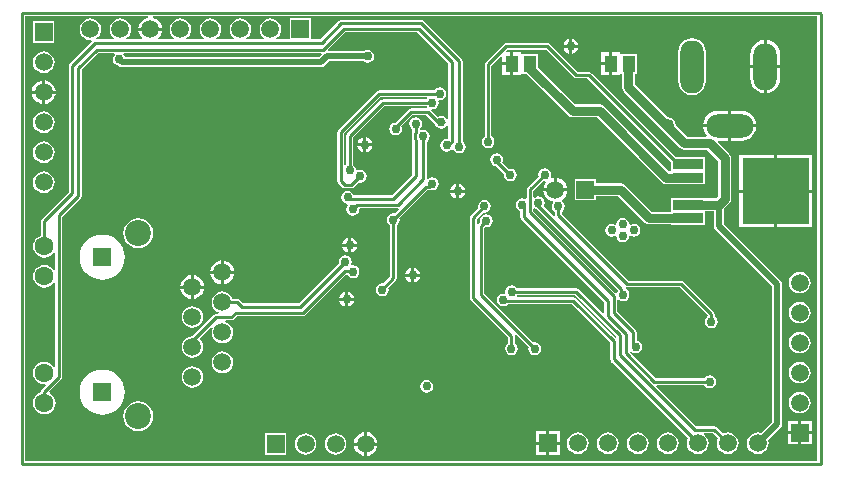
<source format=gbl>
%FSLAX25Y25*%
%MOIN*%
G70*
G01*
G75*
G04 Layer_Physical_Order=2*
G04 Layer_Color=16711680*
%ADD10R,0.03150X0.03150*%
%ADD11R,0.03543X0.02756*%
%ADD12R,0.04724X0.13780*%
%ADD13R,0.04331X0.05512*%
%ADD14R,0.05512X0.04331*%
%ADD15R,0.02756X0.03543*%
%ADD16O,0.07087X0.01181*%
%ADD17O,0.01181X0.07087*%
%ADD18R,0.05512X0.26378*%
%ADD19R,0.03543X0.03150*%
%ADD20R,0.09055X0.09055*%
%ADD21R,0.09764X0.06102*%
%ADD22R,0.01181X0.02559*%
%ADD23R,0.05709X0.02362*%
%ADD24O,0.02165X0.00984*%
%ADD25R,0.03543X0.05906*%
%ADD26R,0.03150X0.03543*%
%ADD27C,0.01000*%
%ADD28C,0.02000*%
%ADD29C,0.03500*%
%ADD30C,0.05000*%
%ADD31C,0.04000*%
%ADD32C,0.01200*%
%ADD33C,0.01500*%
%ADD34C,0.03000*%
%ADD35C,0.05906*%
%ADD36C,0.08661*%
%ADD37R,0.05906X0.05906*%
%ADD38C,0.06299*%
%ADD39O,0.07874X0.17716*%
%ADD40O,0.07874X0.15748*%
%ADD41O,0.15748X0.07874*%
%ADD42C,0.05906*%
%ADD43R,0.05906X0.05906*%
%ADD44C,0.03000*%
%ADD45C,0.04000*%
%ADD46R,0.10039X0.03347*%
%ADD47R,0.22441X0.22244*%
G36*
X392378Y22622D02*
X128121D01*
Y170879D01*
X169152D01*
X169185Y170380D01*
X168968Y170351D01*
X168007Y169953D01*
X167181Y169319D01*
X166547Y168493D01*
X166149Y167532D01*
X166079Y167000D01*
X173921D01*
X173851Y167532D01*
X173453Y168493D01*
X172819Y169319D01*
X171993Y169953D01*
X171032Y170351D01*
X170815Y170380D01*
X170848Y170879D01*
X392378D01*
Y22622D01*
D02*
G37*
%LPC*%
G36*
X235000Y78949D02*
X234524Y78855D01*
X233698Y78302D01*
X233145Y77476D01*
X233050Y77000D01*
X235000D01*
Y78949D01*
D02*
G37*
G36*
X187921Y80035D02*
X184500D01*
Y76614D01*
X185032Y76684D01*
X185993Y77083D01*
X186819Y77716D01*
X187453Y78542D01*
X187851Y79504D01*
X187921Y80035D01*
D02*
G37*
G36*
X183500D02*
X180079D01*
X180149Y79504D01*
X180547Y78542D01*
X181181Y77716D01*
X182007Y77083D01*
X182968Y76684D01*
X183500Y76614D01*
Y80035D01*
D02*
G37*
G36*
Y84456D02*
X182968Y84386D01*
X182007Y83988D01*
X181181Y83355D01*
X180547Y82529D01*
X180149Y81567D01*
X180079Y81035D01*
X183500D01*
Y84456D01*
D02*
G37*
G36*
X386500Y85583D02*
X385573Y85461D01*
X384708Y85103D01*
X383966Y84534D01*
X383397Y83792D01*
X383039Y82927D01*
X382917Y82000D01*
X383039Y81073D01*
X383397Y80208D01*
X383966Y79466D01*
X384708Y78897D01*
X385573Y78539D01*
X386500Y78417D01*
X387427Y78539D01*
X388292Y78897D01*
X389034Y79466D01*
X389603Y80208D01*
X389961Y81073D01*
X390083Y82000D01*
X389961Y82927D01*
X389603Y83792D01*
X389034Y84534D01*
X388292Y85103D01*
X387427Y85461D01*
X386500Y85583D01*
D02*
G37*
G36*
X236000Y78949D02*
Y77000D01*
X237949D01*
X237855Y77476D01*
X237302Y78302D01*
X236475Y78855D01*
X236000Y78949D01*
D02*
G37*
G36*
X184000Y74119D02*
X183073Y73997D01*
X182208Y73639D01*
X181466Y73069D01*
X180897Y72327D01*
X180539Y71463D01*
X180417Y70535D01*
X180539Y69608D01*
X180897Y68744D01*
X181466Y68002D01*
X182208Y67432D01*
X183073Y67074D01*
X184000Y66952D01*
X184927Y67074D01*
X185792Y67432D01*
X186534Y68002D01*
X187103Y68744D01*
X187461Y69608D01*
X187583Y70535D01*
X187461Y71463D01*
X187103Y72327D01*
X186534Y73069D01*
X185792Y73639D01*
X184927Y73997D01*
X184000Y74119D01*
D02*
G37*
G36*
X386500Y65583D02*
X385573Y65461D01*
X384708Y65103D01*
X383966Y64534D01*
X383397Y63792D01*
X383039Y62927D01*
X382917Y62000D01*
X383039Y61073D01*
X383397Y60208D01*
X383966Y59466D01*
X384708Y58897D01*
X385573Y58539D01*
X386500Y58417D01*
X387427Y58539D01*
X388292Y58897D01*
X389034Y59466D01*
X389603Y60208D01*
X389961Y61073D01*
X390083Y62000D01*
X389961Y62927D01*
X389603Y63792D01*
X389034Y64534D01*
X388292Y65103D01*
X387427Y65461D01*
X386500Y65583D01*
D02*
G37*
G36*
X194000Y59048D02*
X193073Y58926D01*
X192208Y58568D01*
X191466Y57998D01*
X190897Y57256D01*
X190539Y56392D01*
X190417Y55465D01*
X190539Y54537D01*
X190897Y53673D01*
X191466Y52931D01*
X192208Y52361D01*
X193073Y52003D01*
X194000Y51881D01*
X194927Y52003D01*
X195792Y52361D01*
X196534Y52931D01*
X197103Y53673D01*
X197461Y54537D01*
X197583Y55465D01*
X197461Y56392D01*
X197103Y57256D01*
X196534Y57998D01*
X195792Y58568D01*
X194927Y58926D01*
X194000Y59048D01*
D02*
G37*
G36*
X237949Y76000D02*
X236000D01*
Y74050D01*
X236475Y74145D01*
X237302Y74698D01*
X237855Y75524D01*
X237949Y76000D01*
D02*
G37*
G36*
X235000D02*
X233050D01*
X233145Y75524D01*
X233698Y74698D01*
X234524Y74145D01*
X235000Y74050D01*
Y76000D01*
D02*
G37*
G36*
X386500Y75583D02*
X385573Y75461D01*
X384708Y75103D01*
X383966Y74534D01*
X383397Y73792D01*
X383039Y72927D01*
X382917Y72000D01*
X383039Y71073D01*
X383397Y70208D01*
X383966Y69466D01*
X384708Y68897D01*
X385573Y68539D01*
X386500Y68417D01*
X387427Y68539D01*
X388292Y68897D01*
X389034Y69466D01*
X389603Y70208D01*
X389961Y71073D01*
X390083Y72000D01*
X389961Y72927D01*
X389603Y73792D01*
X389034Y74534D01*
X388292Y75103D01*
X387427Y75461D01*
X386500Y75583D01*
D02*
G37*
G36*
X184500Y84456D02*
Y81035D01*
X187921D01*
X187851Y81567D01*
X187453Y82529D01*
X186819Y83355D01*
X185993Y83988D01*
X185032Y84386D01*
X184500Y84456D01*
D02*
G37*
G36*
X193500Y89386D02*
X192968Y89316D01*
X192007Y88917D01*
X191181Y88284D01*
X190547Y87458D01*
X190149Y86496D01*
X190079Y85965D01*
X193500D01*
Y89386D01*
D02*
G37*
G36*
X258000Y86949D02*
Y85000D01*
X259949D01*
X259855Y85475D01*
X259302Y86302D01*
X258475Y86855D01*
X258000Y86949D01*
D02*
G37*
G36*
X257000D02*
X256524Y86855D01*
X255698Y86302D01*
X255145Y85475D01*
X255050Y85000D01*
X257000D01*
Y86949D01*
D02*
G37*
G36*
X238949Y94000D02*
X237000D01*
Y92050D01*
X237475Y92145D01*
X238302Y92698D01*
X238855Y93524D01*
X238949Y94000D01*
D02*
G37*
G36*
X236000D02*
X234050D01*
X234145Y93524D01*
X234698Y92698D01*
X235525Y92145D01*
X236000Y92050D01*
Y94000D01*
D02*
G37*
G36*
X194500Y89386D02*
Y85965D01*
X197921D01*
X197851Y86496D01*
X197453Y87458D01*
X196819Y88284D01*
X195993Y88917D01*
X195032Y89316D01*
X194500Y89386D01*
D02*
G37*
G36*
X257000Y84000D02*
X255050D01*
X255145Y83525D01*
X255698Y82698D01*
X256524Y82145D01*
X257000Y82051D01*
Y84000D01*
D02*
G37*
G36*
X197921Y84965D02*
X194500D01*
Y81543D01*
X195032Y81613D01*
X195993Y82012D01*
X196819Y82645D01*
X197453Y83471D01*
X197851Y84433D01*
X197921Y84965D01*
D02*
G37*
G36*
X193500D02*
X190079D01*
X190149Y84433D01*
X190547Y83471D01*
X191181Y82645D01*
X192007Y82012D01*
X192968Y81613D01*
X193500Y81543D01*
Y84965D01*
D02*
G37*
G36*
X235000Y91141D02*
X234181Y90978D01*
X233486Y90514D01*
X233022Y89819D01*
X232859Y89000D01*
X232951Y88537D01*
X219535Y75122D01*
X200965D01*
X199829Y76258D01*
X199465Y76501D01*
X199035Y76586D01*
X199035Y76586D01*
X197381D01*
X197103Y77256D01*
X196534Y77998D01*
X195792Y78568D01*
X194927Y78926D01*
X194000Y79048D01*
X193073Y78926D01*
X192208Y78568D01*
X191466Y77998D01*
X190897Y77256D01*
X190539Y76392D01*
X190417Y75465D01*
X190539Y74537D01*
X190897Y73673D01*
X191466Y72931D01*
X192208Y72361D01*
X192810Y72112D01*
X192713Y71622D01*
X192000D01*
X192000Y71622D01*
X191571Y71536D01*
X191207Y71293D01*
X191207Y71293D01*
X184029Y64115D01*
X184000Y64119D01*
X183073Y63997D01*
X182208Y63639D01*
X181466Y63069D01*
X180897Y62327D01*
X180539Y61463D01*
X180417Y60535D01*
X180539Y59608D01*
X180897Y58744D01*
X181466Y58002D01*
X182208Y57432D01*
X183073Y57074D01*
X184000Y56952D01*
X184927Y57074D01*
X185792Y57432D01*
X186534Y58002D01*
X187103Y58744D01*
X187461Y59608D01*
X187583Y60535D01*
X187461Y61463D01*
X187103Y62327D01*
X186534Y63069D01*
X186511Y63424D01*
X190383Y67296D01*
X190798Y67019D01*
X190539Y66392D01*
X190417Y65465D01*
X190539Y64537D01*
X190897Y63673D01*
X191466Y62931D01*
X192208Y62361D01*
X193073Y62003D01*
X194000Y61881D01*
X194927Y62003D01*
X195792Y62361D01*
X196534Y62931D01*
X197103Y63673D01*
X197461Y64537D01*
X197583Y65465D01*
X197461Y66392D01*
X197103Y67256D01*
X196534Y67998D01*
X195792Y68568D01*
X195019Y68888D01*
X195116Y69378D01*
X197000D01*
X197000Y69378D01*
X197429Y69464D01*
X197793Y69707D01*
X198965Y70878D01*
X220828D01*
X220828Y70878D01*
X221258Y70964D01*
X221621Y71207D01*
X235172Y84758D01*
X235670Y84709D01*
X236086Y84086D01*
X236781Y83622D01*
X237600Y83459D01*
X238419Y83622D01*
X239114Y84086D01*
X239578Y84781D01*
X239741Y85600D01*
X239578Y86419D01*
X239114Y87114D01*
X238419Y87578D01*
X237600Y87741D01*
X237185Y87659D01*
X236907Y88074D01*
X236978Y88181D01*
X237141Y89000D01*
X236978Y89819D01*
X236514Y90514D01*
X235819Y90978D01*
X235000Y91141D01*
D02*
G37*
G36*
X154000Y98026D02*
X152532Y97881D01*
X151120Y97453D01*
X149819Y96758D01*
X148678Y95822D01*
X147742Y94681D01*
X147047Y93380D01*
X146619Y91968D01*
X146474Y90500D01*
X146619Y89032D01*
X147047Y87620D01*
X147742Y86319D01*
X148678Y85178D01*
X149819Y84242D01*
X151120Y83547D01*
X152532Y83119D01*
X154000Y82974D01*
X155468Y83119D01*
X156880Y83547D01*
X158181Y84242D01*
X159322Y85178D01*
X160258Y86319D01*
X160953Y87620D01*
X161381Y89032D01*
X161526Y90500D01*
X161381Y91968D01*
X160953Y93380D01*
X160258Y94681D01*
X159322Y95822D01*
X158181Y96758D01*
X156880Y97453D01*
X155468Y97881D01*
X154000Y98026D01*
D02*
G37*
G36*
X259949Y84000D02*
X258000D01*
Y82051D01*
X258475Y82145D01*
X259302Y82698D01*
X259855Y83525D01*
X259949Y84000D01*
D02*
G37*
G36*
X322500Y32083D02*
X321573Y31961D01*
X320708Y31603D01*
X319966Y31034D01*
X319397Y30292D01*
X319039Y29427D01*
X318917Y28500D01*
X319039Y27573D01*
X319397Y26708D01*
X319966Y25966D01*
X320708Y25397D01*
X321573Y25039D01*
X322500Y24917D01*
X323427Y25039D01*
X324292Y25397D01*
X325034Y25966D01*
X325603Y26708D01*
X325961Y27573D01*
X326083Y28500D01*
X325961Y29427D01*
X325603Y30292D01*
X325034Y31034D01*
X324292Y31603D01*
X323427Y31961D01*
X322500Y32083D01*
D02*
G37*
G36*
X312500D02*
X311573Y31961D01*
X310708Y31603D01*
X309966Y31034D01*
X309397Y30292D01*
X309039Y29427D01*
X308917Y28500D01*
X309039Y27573D01*
X309397Y26708D01*
X309966Y25966D01*
X310708Y25397D01*
X311573Y25039D01*
X312500Y24917D01*
X313427Y25039D01*
X314292Y25397D01*
X315034Y25966D01*
X315603Y26708D01*
X315961Y27573D01*
X316083Y28500D01*
X315961Y29427D01*
X315603Y30292D01*
X315034Y31034D01*
X314292Y31603D01*
X313427Y31961D01*
X312500Y32083D01*
D02*
G37*
G36*
X215353Y31753D02*
X208247D01*
Y24647D01*
X215353D01*
Y31753D01*
D02*
G37*
G36*
X386000Y31500D02*
X382547D01*
Y28047D01*
X386000D01*
Y31500D01*
D02*
G37*
G36*
X342500Y32083D02*
X341573Y31961D01*
X340708Y31603D01*
X339966Y31034D01*
X339397Y30292D01*
X339039Y29427D01*
X338917Y28500D01*
X339039Y27573D01*
X339397Y26708D01*
X339966Y25966D01*
X340708Y25397D01*
X341573Y25039D01*
X342500Y24917D01*
X343427Y25039D01*
X344292Y25397D01*
X345034Y25966D01*
X345603Y26708D01*
X345961Y27573D01*
X346083Y28500D01*
X345961Y29427D01*
X345603Y30292D01*
X345034Y31034D01*
X344292Y31603D01*
X343427Y31961D01*
X342500Y32083D01*
D02*
G37*
G36*
X332500D02*
X331573Y31961D01*
X330708Y31603D01*
X329966Y31034D01*
X329397Y30292D01*
X329039Y29427D01*
X328917Y28500D01*
X329039Y27573D01*
X329397Y26708D01*
X329966Y25966D01*
X330708Y25397D01*
X331573Y25039D01*
X332500Y24917D01*
X333427Y25039D01*
X334292Y25397D01*
X335034Y25966D01*
X335603Y26708D01*
X335961Y27573D01*
X336083Y28500D01*
X335961Y29427D01*
X335603Y30292D01*
X335034Y31034D01*
X334292Y31603D01*
X333427Y31961D01*
X332500Y32083D01*
D02*
G37*
G36*
X302000Y28000D02*
X298547D01*
Y24547D01*
X302000D01*
Y28000D01*
D02*
G37*
G36*
X245721Y27700D02*
X242300D01*
Y24279D01*
X242832Y24349D01*
X243793Y24747D01*
X244619Y25381D01*
X245253Y26207D01*
X245651Y27168D01*
X245721Y27700D01*
D02*
G37*
G36*
X241300D02*
X237879D01*
X237949Y27168D01*
X238347Y26207D01*
X238981Y25381D01*
X239807Y24747D01*
X240768Y24349D01*
X241300Y24279D01*
Y27700D01*
D02*
G37*
G36*
X231800Y31783D02*
X230873Y31661D01*
X230008Y31303D01*
X229266Y30734D01*
X228697Y29992D01*
X228339Y29127D01*
X228217Y28200D01*
X228339Y27273D01*
X228697Y26408D01*
X229266Y25666D01*
X230008Y25097D01*
X230873Y24739D01*
X231800Y24617D01*
X232727Y24739D01*
X233592Y25097D01*
X234334Y25666D01*
X234903Y26408D01*
X235261Y27273D01*
X235383Y28200D01*
X235261Y29127D01*
X234903Y29992D01*
X234334Y30734D01*
X233592Y31303D01*
X232727Y31661D01*
X231800Y31783D01*
D02*
G37*
G36*
X221800D02*
X220873Y31661D01*
X220008Y31303D01*
X219266Y30734D01*
X218697Y29992D01*
X218339Y29127D01*
X218217Y28200D01*
X218339Y27273D01*
X218697Y26408D01*
X219266Y25666D01*
X220008Y25097D01*
X220873Y24739D01*
X221800Y24617D01*
X222727Y24739D01*
X223592Y25097D01*
X224334Y25666D01*
X224903Y26408D01*
X225261Y27273D01*
X225383Y28200D01*
X225261Y29127D01*
X224903Y29992D01*
X224334Y30734D01*
X223592Y31303D01*
X222727Y31661D01*
X221800Y31783D01*
D02*
G37*
G36*
X306453Y28000D02*
X303000D01*
Y24547D01*
X306453D01*
Y28000D01*
D02*
G37*
G36*
X390453Y31500D02*
X387000D01*
Y28047D01*
X390453D01*
Y31500D01*
D02*
G37*
G36*
X386500Y45583D02*
X385573Y45461D01*
X384708Y45103D01*
X383966Y44534D01*
X383397Y43792D01*
X383039Y42927D01*
X382917Y42000D01*
X383039Y41073D01*
X383397Y40208D01*
X383966Y39466D01*
X384708Y38897D01*
X385573Y38539D01*
X386500Y38417D01*
X387427Y38539D01*
X388292Y38897D01*
X389034Y39466D01*
X389603Y40208D01*
X389961Y41073D01*
X390083Y42000D01*
X389961Y42927D01*
X389603Y43792D01*
X389034Y44534D01*
X388292Y45103D01*
X387427Y45461D01*
X386500Y45583D01*
D02*
G37*
G36*
X154000Y53026D02*
X152532Y52881D01*
X151120Y52453D01*
X149819Y51758D01*
X148678Y50822D01*
X147742Y49681D01*
X147047Y48380D01*
X146619Y46968D01*
X146474Y45500D01*
X146619Y44032D01*
X147047Y42620D01*
X147742Y41319D01*
X148678Y40178D01*
X149819Y39242D01*
X151120Y38547D01*
X152532Y38119D01*
X154000Y37974D01*
X155468Y38119D01*
X156880Y38547D01*
X158181Y39242D01*
X159322Y40178D01*
X160258Y41319D01*
X160953Y42620D01*
X161381Y44032D01*
X161526Y45500D01*
X161381Y46968D01*
X160953Y48380D01*
X160258Y49681D01*
X159322Y50822D01*
X158181Y51758D01*
X156880Y52453D01*
X155468Y52881D01*
X154000Y53026D01*
D02*
G37*
G36*
X166008Y42481D02*
X164721Y42312D01*
X163521Y41815D01*
X162491Y41025D01*
X161701Y39994D01*
X161204Y38795D01*
X161035Y37508D01*
X161204Y36221D01*
X161701Y35021D01*
X162491Y33991D01*
X163521Y33201D01*
X164721Y32704D01*
X166008Y32535D01*
X167295Y32704D01*
X168494Y33201D01*
X169525Y33991D01*
X170315Y35021D01*
X170812Y36221D01*
X170981Y37508D01*
X170812Y38795D01*
X170315Y39994D01*
X169525Y41025D01*
X168494Y41815D01*
X167295Y42312D01*
X166008Y42481D01*
D02*
G37*
G36*
X386500Y55583D02*
X385573Y55461D01*
X384708Y55103D01*
X383966Y54534D01*
X383397Y53792D01*
X383039Y52927D01*
X382917Y52000D01*
X383039Y51073D01*
X383397Y50208D01*
X383966Y49466D01*
X384708Y48897D01*
X385573Y48539D01*
X386500Y48417D01*
X387427Y48539D01*
X388292Y48897D01*
X389034Y49466D01*
X389603Y50208D01*
X389961Y51073D01*
X390083Y52000D01*
X389961Y52927D01*
X389603Y53792D01*
X389034Y54534D01*
X388292Y55103D01*
X387427Y55461D01*
X386500Y55583D01*
D02*
G37*
G36*
X184000Y54119D02*
X183073Y53997D01*
X182208Y53639D01*
X181466Y53069D01*
X180897Y52327D01*
X180539Y51463D01*
X180417Y50535D01*
X180539Y49608D01*
X180897Y48744D01*
X181466Y48002D01*
X182208Y47432D01*
X183073Y47074D01*
X184000Y46952D01*
X184927Y47074D01*
X185792Y47432D01*
X186534Y48002D01*
X187103Y48744D01*
X187461Y49608D01*
X187583Y50535D01*
X187461Y51463D01*
X187103Y52327D01*
X186534Y53069D01*
X185792Y53639D01*
X184927Y53997D01*
X184000Y54119D01*
D02*
G37*
G36*
X262200Y49541D02*
X261381Y49378D01*
X260686Y48914D01*
X260222Y48219D01*
X260059Y47400D01*
X260222Y46581D01*
X260686Y45886D01*
X261381Y45422D01*
X262200Y45259D01*
X263019Y45422D01*
X263714Y45886D01*
X264178Y46581D01*
X264341Y47400D01*
X264178Y48219D01*
X263714Y48914D01*
X263019Y49378D01*
X262200Y49541D01*
D02*
G37*
G36*
X302000Y32453D02*
X298547D01*
Y29000D01*
X302000D01*
Y32453D01*
D02*
G37*
G36*
X242300Y32121D02*
Y28700D01*
X245721D01*
X245651Y29232D01*
X245253Y30193D01*
X244619Y31019D01*
X243793Y31653D01*
X242832Y32051D01*
X242300Y32121D01*
D02*
G37*
G36*
X241300D02*
X240768Y32051D01*
X239807Y31653D01*
X238981Y31019D01*
X238347Y30193D01*
X237949Y29232D01*
X237879Y28700D01*
X241300D01*
Y32121D01*
D02*
G37*
G36*
X390453Y35953D02*
X387000D01*
Y32500D01*
X390453D01*
Y35953D01*
D02*
G37*
G36*
X386000D02*
X382547D01*
Y32500D01*
X386000D01*
Y35953D01*
D02*
G37*
G36*
X306453Y32453D02*
X303000D01*
Y29000D01*
X306453D01*
Y32453D01*
D02*
G37*
G36*
X374472Y153500D02*
X369993D01*
Y150063D01*
X370163Y148774D01*
X370660Y147573D01*
X371451Y146542D01*
X372483Y145750D01*
X373684Y145253D01*
X374472Y145149D01*
Y153500D01*
D02*
G37*
G36*
X350563Y163497D02*
X349379Y163341D01*
X348275Y162884D01*
X347327Y162157D01*
X346600Y161209D01*
X346143Y160106D01*
X345987Y158921D01*
Y149079D01*
X346143Y147894D01*
X346600Y146791D01*
X347327Y145843D01*
X348275Y145116D01*
X349379Y144659D01*
X350563Y144503D01*
X351747Y144659D01*
X352851Y145116D01*
X353799Y145843D01*
X354526Y146791D01*
X354983Y147894D01*
X355139Y149079D01*
Y158921D01*
X354983Y160106D01*
X354526Y161209D01*
X353799Y162157D01*
X352851Y162884D01*
X351747Y163341D01*
X350563Y163497D01*
D02*
G37*
G36*
X138421Y145000D02*
X135000D01*
Y141579D01*
X135532Y141649D01*
X136493Y142047D01*
X137319Y142681D01*
X137953Y143507D01*
X138351Y144468D01*
X138421Y145000D01*
D02*
G37*
G36*
X135000Y149421D02*
Y146000D01*
X138421D01*
X138351Y146532D01*
X137953Y147493D01*
X137319Y148319D01*
X136493Y148953D01*
X135532Y149351D01*
X135000Y149421D01*
D02*
G37*
G36*
X134000D02*
X133468Y149351D01*
X132507Y148953D01*
X131681Y148319D01*
X131047Y147493D01*
X130649Y146532D01*
X130579Y146000D01*
X134000D01*
Y149421D01*
D02*
G37*
G36*
X379952Y153500D02*
X375472D01*
Y145149D01*
X376261Y145253D01*
X377462Y145750D01*
X378494Y146542D01*
X379285Y147573D01*
X379782Y148774D01*
X379952Y150063D01*
Y153500D01*
D02*
G37*
G36*
X134500Y139083D02*
X133573Y138961D01*
X132708Y138603D01*
X131966Y138034D01*
X131397Y137292D01*
X131039Y136427D01*
X130917Y135500D01*
X131039Y134573D01*
X131397Y133708D01*
X131966Y132966D01*
X132708Y132397D01*
X133573Y132039D01*
X134500Y131917D01*
X135427Y132039D01*
X136292Y132397D01*
X137034Y132966D01*
X137603Y133708D01*
X137961Y134573D01*
X138083Y135500D01*
X137961Y136427D01*
X137603Y137292D01*
X137034Y138034D01*
X136292Y138603D01*
X135427Y138961D01*
X134500Y139083D01*
D02*
G37*
G36*
X372012Y133815D02*
X363661D01*
Y129335D01*
X367098D01*
X368387Y129505D01*
X369588Y130002D01*
X370620Y130794D01*
X371411Y131825D01*
X371908Y133026D01*
X372012Y133815D01*
D02*
G37*
G36*
X242000Y130449D02*
Y128500D01*
X243950D01*
X243855Y128975D01*
X243302Y129802D01*
X242476Y130355D01*
X242000Y130449D01*
D02*
G37*
G36*
X134000Y145000D02*
X130579D01*
X130649Y144468D01*
X131047Y143507D01*
X131681Y142681D01*
X132507Y142047D01*
X133468Y141649D01*
X134000Y141579D01*
Y145000D01*
D02*
G37*
G36*
X367098Y139295D02*
X363661D01*
Y134815D01*
X372012D01*
X371908Y135604D01*
X371411Y136805D01*
X370620Y137836D01*
X369588Y138627D01*
X368387Y139125D01*
X367098Y139295D01*
D02*
G37*
G36*
X362661D02*
X359224D01*
X357936Y139125D01*
X356735Y138627D01*
X355703Y137836D01*
X354912Y136805D01*
X354415Y135604D01*
X354311Y134815D01*
X362661D01*
Y139295D01*
D02*
G37*
G36*
X290047Y154500D02*
X287382D01*
Y151244D01*
X290047D01*
Y154500D01*
D02*
G37*
G36*
X310700Y163250D02*
Y161300D01*
X312649D01*
X312555Y161776D01*
X312002Y162602D01*
X311175Y163155D01*
X310700Y163250D01*
D02*
G37*
G36*
X309700D02*
X309225Y163155D01*
X308398Y162602D01*
X307845Y161776D01*
X307751Y161300D01*
X309700D01*
Y163250D01*
D02*
G37*
G36*
X312649Y160300D02*
X310700D01*
Y158351D01*
X311175Y158445D01*
X312002Y158998D01*
X312555Y159825D01*
X312649Y160300D01*
D02*
G37*
G36*
X210000Y170083D02*
X209073Y169961D01*
X208208Y169603D01*
X207466Y169034D01*
X206897Y168292D01*
X206539Y167427D01*
X206417Y166500D01*
X206539Y165573D01*
X206897Y164708D01*
X207466Y163966D01*
X207950Y163595D01*
X207789Y163122D01*
X202211D01*
X202050Y163595D01*
X202534Y163966D01*
X203103Y164708D01*
X203461Y165573D01*
X203583Y166500D01*
X203461Y167427D01*
X203103Y168292D01*
X202534Y169034D01*
X201792Y169603D01*
X200927Y169961D01*
X200000Y170083D01*
X199073Y169961D01*
X198208Y169603D01*
X197466Y169034D01*
X196897Y168292D01*
X196539Y167427D01*
X196417Y166500D01*
X196539Y165573D01*
X196897Y164708D01*
X197466Y163966D01*
X197950Y163595D01*
X197789Y163122D01*
X192211D01*
X192050Y163595D01*
X192534Y163966D01*
X193103Y164708D01*
X193461Y165573D01*
X193583Y166500D01*
X193461Y167427D01*
X193103Y168292D01*
X192534Y169034D01*
X191792Y169603D01*
X190927Y169961D01*
X190000Y170083D01*
X189073Y169961D01*
X188208Y169603D01*
X187466Y169034D01*
X186897Y168292D01*
X186539Y167427D01*
X186417Y166500D01*
X186539Y165573D01*
X186897Y164708D01*
X187466Y163966D01*
X187950Y163595D01*
X187789Y163122D01*
X182211D01*
X182050Y163595D01*
X182534Y163966D01*
X183103Y164708D01*
X183461Y165573D01*
X183583Y166500D01*
X183461Y167427D01*
X183103Y168292D01*
X182534Y169034D01*
X181792Y169603D01*
X180927Y169961D01*
X180000Y170083D01*
X179073Y169961D01*
X178208Y169603D01*
X177466Y169034D01*
X176897Y168292D01*
X176539Y167427D01*
X176417Y166500D01*
X176539Y165573D01*
X176897Y164708D01*
X177466Y163966D01*
X177950Y163595D01*
X177789Y163122D01*
X172868D01*
X172707Y163595D01*
X172819Y163681D01*
X173453Y164507D01*
X173851Y165468D01*
X173921Y166000D01*
X166079D01*
X166149Y165468D01*
X166547Y164507D01*
X167181Y163681D01*
X167293Y163595D01*
X167132Y163122D01*
X162211D01*
X162050Y163595D01*
X162534Y163966D01*
X163103Y164708D01*
X163461Y165573D01*
X163583Y166500D01*
X163461Y167427D01*
X163103Y168292D01*
X162534Y169034D01*
X161792Y169603D01*
X160927Y169961D01*
X160000Y170083D01*
X159073Y169961D01*
X158208Y169603D01*
X157466Y169034D01*
X156897Y168292D01*
X156539Y167427D01*
X156417Y166500D01*
X156539Y165573D01*
X156897Y164708D01*
X157466Y163966D01*
X157950Y163595D01*
X157789Y163122D01*
X152211D01*
X152050Y163595D01*
X152534Y163966D01*
X153103Y164708D01*
X153461Y165573D01*
X153583Y166500D01*
X153461Y167427D01*
X153103Y168292D01*
X152534Y169034D01*
X151792Y169603D01*
X150927Y169961D01*
X150000Y170083D01*
X149073Y169961D01*
X148208Y169603D01*
X147466Y169034D01*
X146897Y168292D01*
X146539Y167427D01*
X146417Y166500D01*
X146539Y165573D01*
X146897Y164708D01*
X147466Y163966D01*
X148208Y163397D01*
X149073Y163039D01*
X150000Y162917D01*
X150383Y162967D01*
X150604Y162519D01*
X143207Y155122D01*
X142964Y154758D01*
X142878Y154328D01*
X142878Y154328D01*
Y112293D01*
X133916Y103330D01*
X133672Y102966D01*
X133587Y102537D01*
X133587Y102537D01*
Y97677D01*
X132818Y97358D01*
X132034Y96757D01*
X131433Y95974D01*
X131056Y95061D01*
X130927Y94083D01*
X131056Y93104D01*
X131433Y92192D01*
X132034Y91408D01*
X132818Y90807D01*
X133730Y90430D01*
X134709Y90301D01*
X135687Y90430D01*
X136600Y90807D01*
X137383Y91408D01*
X137905Y92089D01*
X138378Y91928D01*
Y86237D01*
X137905Y86076D01*
X137383Y86757D01*
X136600Y87358D01*
X135687Y87736D01*
X134709Y87865D01*
X133730Y87736D01*
X132818Y87358D01*
X132034Y86757D01*
X131433Y85974D01*
X131056Y85062D01*
X130927Y84083D01*
X131056Y83104D01*
X131433Y82192D01*
X132034Y81408D01*
X132818Y80807D01*
X133730Y80430D01*
X134709Y80301D01*
X135687Y80430D01*
X136600Y80807D01*
X137383Y81408D01*
X137905Y82089D01*
X138378Y81928D01*
Y54072D01*
X137905Y53911D01*
X137383Y54592D01*
X136600Y55193D01*
X135687Y55570D01*
X134709Y55699D01*
X133730Y55570D01*
X132818Y55193D01*
X132034Y54592D01*
X131433Y53808D01*
X131056Y52896D01*
X130927Y51917D01*
X131056Y50938D01*
X131433Y50026D01*
X132034Y49243D01*
X132818Y48642D01*
X133730Y48264D01*
X134709Y48135D01*
X134906Y48161D01*
X135127Y47713D01*
X133916Y46502D01*
X133672Y46138D01*
X133587Y45709D01*
X133587Y45709D01*
Y45511D01*
X132818Y45193D01*
X132034Y44592D01*
X131433Y43808D01*
X131056Y42896D01*
X130927Y41917D01*
X131056Y40938D01*
X131433Y40026D01*
X132034Y39243D01*
X132818Y38642D01*
X133730Y38264D01*
X134709Y38135D01*
X135687Y38264D01*
X136600Y38642D01*
X137383Y39243D01*
X137984Y40026D01*
X138362Y40938D01*
X138491Y41917D01*
X138362Y42896D01*
X137984Y43808D01*
X137383Y44592D01*
X136600Y45193D01*
X136435Y45261D01*
X136337Y45751D01*
X140293Y49707D01*
X140293Y49707D01*
X140536Y50071D01*
X140622Y50500D01*
X140622Y50500D01*
Y104035D01*
X146793Y110207D01*
X146793Y110207D01*
X147036Y110571D01*
X147036Y110571D01*
X147036Y110571D01*
X147122Y111000D01*
X147122Y111000D01*
Y153035D01*
X152565Y158478D01*
X158070D01*
X158215Y158000D01*
X158086Y157914D01*
X157622Y157219D01*
X157459Y156400D01*
X157622Y155581D01*
X158086Y154886D01*
X158781Y154422D01*
X159426Y154294D01*
X159876Y153993D01*
X160500Y153869D01*
X227000D01*
X227624Y153993D01*
X228153Y154347D01*
X229676Y155869D01*
X241162D01*
X241681Y155522D01*
X242500Y155359D01*
X243319Y155522D01*
X244014Y155986D01*
X244478Y156681D01*
X244641Y157500D01*
X244478Y158319D01*
X244014Y159014D01*
X243319Y159478D01*
X242500Y159641D01*
X241681Y159478D01*
X241162Y159131D01*
X229371D01*
X229179Y159593D01*
X234965Y165378D01*
X259035D01*
X269378Y155035D01*
Y136582D01*
X268900Y136436D01*
X268514Y137014D01*
X267819Y137478D01*
X267000Y137641D01*
X266181Y137478D01*
X265837Y137249D01*
X263644Y139442D01*
X263880Y139883D01*
X264000Y139859D01*
X264819Y140022D01*
X265514Y140486D01*
X265978Y141181D01*
X266141Y142000D01*
X266036Y142527D01*
X266390Y142881D01*
X266500Y142859D01*
X267319Y143022D01*
X268014Y143486D01*
X268478Y144181D01*
X268641Y145000D01*
X268478Y145819D01*
X268014Y146514D01*
X267319Y146978D01*
X266500Y147141D01*
X265681Y146978D01*
X264986Y146514D01*
X264724Y146122D01*
X246272D01*
X246272Y146122D01*
X245843Y146036D01*
X245479Y145793D01*
X245479Y145793D01*
X232707Y133021D01*
X232464Y132657D01*
X232378Y132228D01*
X232379Y132228D01*
Y116000D01*
X232378Y116000D01*
X232464Y115571D01*
X232707Y115207D01*
X234207Y113707D01*
X234571Y113464D01*
X235000Y113378D01*
X235000Y113378D01*
X237000D01*
X237000Y113378D01*
X237429Y113464D01*
X237793Y113707D01*
X239537Y115451D01*
X240000Y115359D01*
X240819Y115522D01*
X241514Y115986D01*
X241978Y116681D01*
X242141Y117500D01*
X241978Y118319D01*
X241514Y119014D01*
X240819Y119478D01*
X240000Y119641D01*
X239181Y119478D01*
X239082Y119413D01*
X238620Y119604D01*
X238478Y120319D01*
X238014Y121014D01*
X237621Y121276D01*
Y130521D01*
X247979Y140878D01*
X262117D01*
X262374Y140450D01*
X262199Y140122D01*
X257000D01*
X256571Y140036D01*
X256207Y139793D01*
X256207Y139793D01*
X251744Y135330D01*
X250981Y135178D01*
X250286Y134714D01*
X249822Y134019D01*
X249659Y133200D01*
X249822Y132381D01*
X250286Y131686D01*
X250981Y131222D01*
X251800Y131059D01*
X252619Y131222D01*
X253314Y131686D01*
X253778Y132381D01*
X253941Y133200D01*
X253778Y134019D01*
X253709Y134123D01*
X257465Y137878D01*
X262035D01*
X264969Y134945D01*
X265022Y134681D01*
X265486Y133986D01*
X266181Y133522D01*
X267000Y133359D01*
X267819Y133522D01*
X268514Y133986D01*
X268900Y134564D01*
X269378Y134418D01*
Y130220D01*
X268992Y129903D01*
X268800Y129941D01*
X267981Y129778D01*
X267286Y129314D01*
X266822Y128619D01*
X266659Y127800D01*
X266822Y126981D01*
X267286Y126286D01*
X267981Y125822D01*
X268800Y125659D01*
X269619Y125822D01*
X270314Y126286D01*
X270511Y126581D01*
X271001Y126483D01*
X271022Y126381D01*
X271486Y125686D01*
X272181Y125222D01*
X273000Y125059D01*
X273819Y125222D01*
X274514Y125686D01*
X274978Y126381D01*
X275141Y127200D01*
X274978Y128019D01*
X274514Y128714D01*
X274121Y128976D01*
Y155828D01*
X274122Y155828D01*
X274036Y156258D01*
X273793Y156622D01*
X261122Y169293D01*
X260758Y169536D01*
X260328Y169622D01*
X260328Y169622D01*
X233672D01*
X233672Y169622D01*
X233242Y169536D01*
X232878Y169293D01*
X232878Y169293D01*
X226707Y163122D01*
X223553D01*
Y170053D01*
X216447D01*
Y163122D01*
X212211D01*
X212050Y163595D01*
X212534Y163966D01*
X213103Y164708D01*
X213461Y165573D01*
X213583Y166500D01*
X213461Y167427D01*
X213103Y168292D01*
X212534Y169034D01*
X211792Y169603D01*
X210927Y169961D01*
X210000Y170083D01*
D02*
G37*
G36*
X138053Y169053D02*
X130947D01*
Y161947D01*
X138053D01*
Y169053D01*
D02*
G37*
G36*
X302400Y161922D02*
X302400Y161922D01*
X288600D01*
X288600Y161922D01*
X288171Y161836D01*
X287807Y161593D01*
X287807Y161593D01*
X281807Y155593D01*
X281564Y155229D01*
X281478Y154800D01*
X281479Y154800D01*
Y130776D01*
X281086Y130514D01*
X280622Y129819D01*
X280459Y129000D01*
X280622Y128181D01*
X281086Y127486D01*
X281781Y127022D01*
X282600Y126859D01*
X283419Y127022D01*
X284114Y127486D01*
X284578Y128181D01*
X284741Y129000D01*
X284578Y129819D01*
X284114Y130514D01*
X283721Y130776D01*
Y154335D01*
X286920Y157534D01*
X287382Y157343D01*
Y155500D01*
X290047D01*
Y158756D01*
X288795D01*
X288604Y159218D01*
X289065Y159678D01*
X301935D01*
X311207Y150407D01*
X311571Y150164D01*
X312000Y150078D01*
X312000Y150078D01*
X315735D01*
X343664Y122150D01*
Y119203D01*
Y119129D01*
X342899D01*
X321274Y140754D01*
X320579Y141218D01*
X319760Y141381D01*
X311647D01*
X299218Y153810D01*
Y158356D01*
X293713D01*
Y158756D01*
X291047D01*
Y155000D01*
Y151244D01*
X293713D01*
Y151644D01*
X295328D01*
X309246Y137726D01*
X309246Y137726D01*
X309246D01*
X309246Y137726D01*
X309246D01*
X309246Y137726D01*
Y137726D01*
Y137726D01*
D01*
D01*
X309246D01*
Y137726D01*
X309941Y137262D01*
X310760Y137099D01*
X318873D01*
X340498Y115474D01*
X341192Y115010D01*
X341192Y115010D01*
X341192Y115010D01*
D01*
X341192Y115010D01*
X341193Y115010D01*
X342012Y114847D01*
X343664D01*
Y114715D01*
X354903D01*
Y119203D01*
Y123750D01*
X345236D01*
X316993Y151993D01*
X316629Y152236D01*
X316200Y152322D01*
X316200Y152322D01*
X312465D01*
X303193Y161593D01*
X302829Y161836D01*
X302400Y161922D01*
D02*
G37*
G36*
X374472Y162851D02*
X373684Y162747D01*
X372483Y162250D01*
X371451Y161458D01*
X370660Y160427D01*
X370163Y159226D01*
X369993Y157937D01*
Y154500D01*
X374472D01*
Y162851D01*
D02*
G37*
G36*
X134500Y159083D02*
X133573Y158961D01*
X132708Y158603D01*
X131966Y158034D01*
X131397Y157292D01*
X131039Y156427D01*
X130917Y155500D01*
X131039Y154573D01*
X131397Y153708D01*
X131966Y152966D01*
X132708Y152397D01*
X133573Y152039D01*
X134500Y151917D01*
X135427Y152039D01*
X136292Y152397D01*
X137034Y152966D01*
X137603Y153708D01*
X137961Y154573D01*
X138083Y155500D01*
X137961Y156427D01*
X137603Y157292D01*
X137034Y158034D01*
X136292Y158603D01*
X135427Y158961D01*
X134500Y159083D01*
D02*
G37*
G36*
X323047Y154500D02*
X320382D01*
Y151244D01*
X323047D01*
Y154500D01*
D02*
G37*
G36*
X309700Y160300D02*
X307751D01*
X307845Y159825D01*
X308398Y158998D01*
X309225Y158445D01*
X309700Y158351D01*
Y160300D01*
D02*
G37*
G36*
X323047Y158756D02*
X320382D01*
Y155500D01*
X323047D01*
Y158756D01*
D02*
G37*
G36*
X375472Y162851D02*
Y154500D01*
X379952D01*
Y157937D01*
X379782Y159226D01*
X379285Y160427D01*
X378494Y161458D01*
X377462Y162250D01*
X376261Y162747D01*
X375472Y162851D01*
D02*
G37*
G36*
X326713Y158756D02*
X324047D01*
Y155000D01*
Y151244D01*
X326713D01*
Y151644D01*
X327259D01*
Y147100D01*
X327422Y146281D01*
X327422Y146281D01*
X327422Y146281D01*
X327886Y145586D01*
X340191Y133282D01*
X340229Y133189D01*
X340646Y132646D01*
X341189Y132229D01*
X341282Y132191D01*
X346486Y126986D01*
X347181Y126522D01*
X348000Y126359D01*
X355613D01*
X359359Y122613D01*
Y110887D01*
X358625Y110153D01*
X354903D01*
Y110285D01*
X343664D01*
Y105739D01*
Y105665D01*
X337206D01*
X328357Y114514D01*
X327662Y114978D01*
X326843Y115141D01*
X318553D01*
Y116553D01*
X311447D01*
Y109447D01*
X318553D01*
Y110859D01*
X325956D01*
X334805Y102010D01*
X335500Y101546D01*
X335500Y101546D01*
X335500Y101546D01*
D01*
X335500Y101545D01*
X335500Y101546D01*
X336319Y101383D01*
X343664D01*
Y101250D01*
X354903D01*
Y105739D01*
Y105871D01*
X357880D01*
Y100988D01*
X357880Y100988D01*
X357880D01*
X358005Y100364D01*
X358358Y99835D01*
X377369Y80824D01*
Y35676D01*
X373588Y31895D01*
X373427Y31961D01*
X372500Y32083D01*
X371573Y31961D01*
X370708Y31603D01*
X369966Y31034D01*
X369397Y30292D01*
X369039Y29427D01*
X368917Y28500D01*
X369039Y27573D01*
X369397Y26708D01*
X369966Y25966D01*
X370708Y25397D01*
X371573Y25039D01*
X372500Y24917D01*
X373427Y25039D01*
X374292Y25397D01*
X375034Y25966D01*
X375603Y26708D01*
X375961Y27573D01*
X376083Y28500D01*
X375961Y29427D01*
X375895Y29588D01*
X380153Y33847D01*
X380507Y34376D01*
X380631Y35000D01*
X380631Y35000D01*
X380631Y35000D01*
Y35000D01*
Y81500D01*
X380507Y82124D01*
X380153Y82653D01*
X361143Y101664D01*
Y106615D01*
X363014Y108486D01*
X363478Y109181D01*
X363641Y110000D01*
Y123500D01*
X363478Y124319D01*
X363014Y125014D01*
X359155Y128873D01*
X359346Y129335D01*
X362661D01*
Y133815D01*
X354311D01*
X354415Y133026D01*
X354912Y131825D01*
X355476Y131090D01*
X355255Y130641D01*
X348887D01*
X345111Y134417D01*
X345122Y134500D01*
X345033Y135179D01*
X344771Y135811D01*
X344354Y136354D01*
X343811Y136771D01*
X343179Y137033D01*
X342500Y137122D01*
X342417Y137111D01*
X331541Y147987D01*
Y151644D01*
X332218D01*
Y158356D01*
X326713D01*
Y158756D01*
D02*
G37*
G36*
X274950Y112000D02*
X273000D01*
Y110050D01*
X273476Y110145D01*
X274302Y110698D01*
X274855Y111524D01*
X274950Y112000D01*
D02*
G37*
G36*
X272000D02*
X270051D01*
X270145Y111524D01*
X270698Y110698D01*
X271525Y110145D01*
X272000Y110050D01*
Y112000D01*
D02*
G37*
G36*
Y114950D02*
X271525Y114855D01*
X270698Y114302D01*
X270145Y113476D01*
X270051Y113000D01*
X272000D01*
Y114950D01*
D02*
G37*
G36*
X258500Y137141D02*
X257681Y136978D01*
X256986Y136514D01*
X256522Y135819D01*
X256359Y135000D01*
X256522Y134181D01*
X256986Y133486D01*
X257379Y133224D01*
Y132328D01*
X257364Y132306D01*
X257278Y131877D01*
X257278Y131877D01*
Y129723D01*
X257278Y129723D01*
X257364Y129294D01*
X257379Y129272D01*
Y117965D01*
X250535Y111122D01*
X237798D01*
X237778Y111219D01*
X237314Y111914D01*
X236619Y112378D01*
X235800Y112541D01*
X234981Y112378D01*
X234286Y111914D01*
X233822Y111219D01*
X233659Y110400D01*
X233822Y109581D01*
X234286Y108886D01*
X234981Y108422D01*
X235667Y108285D01*
X235859Y107823D01*
X235522Y107319D01*
X235359Y106500D01*
X235522Y105681D01*
X235986Y104986D01*
X236681Y104522D01*
X237500Y104359D01*
X238319Y104522D01*
X239014Y104986D01*
X239478Y105681D01*
X239641Y106500D01*
X239952Y106878D01*
X252500D01*
X252500Y106878D01*
X252644Y106907D01*
X252880Y106466D01*
X251463Y105049D01*
X251000Y105141D01*
X250181Y104978D01*
X249486Y104514D01*
X249022Y103819D01*
X248859Y103000D01*
X249022Y102181D01*
X249486Y101486D01*
X249879Y101224D01*
Y83965D01*
X247637Y81723D01*
X247364Y81777D01*
X246545Y81614D01*
X245850Y81150D01*
X245386Y80455D01*
X245223Y79636D01*
X245386Y78816D01*
X245850Y78122D01*
X246545Y77658D01*
X247364Y77495D01*
X248184Y77658D01*
X248878Y78122D01*
X249342Y78816D01*
X249505Y79636D01*
X249375Y80289D01*
X251793Y82707D01*
X251793Y82707D01*
X252036Y83071D01*
X252036Y83071D01*
X252036Y83071D01*
X252122Y83500D01*
X252121Y83500D01*
Y101224D01*
X252514Y101486D01*
X252978Y102181D01*
X253141Y103000D01*
X253049Y103463D01*
X262465Y112878D01*
X263000D01*
X263000Y112878D01*
X263429Y112964D01*
X263439Y112970D01*
X264000Y112859D01*
X264819Y113022D01*
X265514Y113486D01*
X265978Y114181D01*
X266141Y115000D01*
X265978Y115819D01*
X265514Y116514D01*
X264819Y116978D01*
X264000Y117141D01*
X263181Y116978D01*
X262562Y116565D01*
X262122Y116801D01*
Y129024D01*
X262514Y129286D01*
X262978Y129981D01*
X263141Y130800D01*
X262978Y131619D01*
X262514Y132314D01*
X261819Y132778D01*
X261000Y132941D01*
X260181Y132778D01*
X260063Y132699D01*
X259810Y132834D01*
X259786Y133334D01*
X260014Y133486D01*
X260478Y134181D01*
X260641Y135000D01*
X260478Y135819D01*
X260014Y136514D01*
X259319Y136978D01*
X258500Y137141D01*
D02*
G37*
G36*
X134500Y119083D02*
X133573Y118961D01*
X132708Y118603D01*
X131966Y118034D01*
X131397Y117292D01*
X131039Y116427D01*
X130917Y115500D01*
X131039Y114573D01*
X131397Y113708D01*
X131966Y112966D01*
X132708Y112397D01*
X133573Y112039D01*
X134500Y111917D01*
X135427Y112039D01*
X136292Y112397D01*
X137034Y112966D01*
X137603Y113708D01*
X137961Y114573D01*
X138083Y115500D01*
X137961Y116427D01*
X137603Y117292D01*
X137034Y118034D01*
X136292Y118603D01*
X135427Y118961D01*
X134500Y119083D01*
D02*
G37*
G36*
X281400Y109541D02*
X280581Y109378D01*
X279886Y108914D01*
X279422Y108219D01*
X279259Y107400D01*
X279351Y106937D01*
X276907Y104493D01*
X276664Y104129D01*
X276578Y103700D01*
X276578Y103700D01*
Y76964D01*
X276578Y76964D01*
X276664Y76535D01*
X276907Y76171D01*
X289279Y63800D01*
Y61776D01*
X288886Y61514D01*
X288422Y60819D01*
X288259Y60000D01*
X288422Y59181D01*
X288886Y58486D01*
X289581Y58022D01*
X290400Y57859D01*
X291219Y58022D01*
X291914Y58486D01*
X292378Y59181D01*
X292541Y60000D01*
X292378Y60819D01*
X291914Y61514D01*
X291522Y61776D01*
Y64265D01*
X291484Y64453D01*
X291925Y64689D01*
X296151Y60463D01*
X296059Y60000D01*
X296222Y59181D01*
X296686Y58486D01*
X297381Y58022D01*
X298200Y57859D01*
X299019Y58022D01*
X299714Y58486D01*
X300178Y59181D01*
X300341Y60000D01*
X300178Y60819D01*
X299714Y61514D01*
X299019Y61978D01*
X298200Y62141D01*
X297737Y62049D01*
X281322Y78465D01*
Y100200D01*
X281708Y100517D01*
X282000Y100459D01*
X282819Y100622D01*
X283514Y101086D01*
X283978Y101781D01*
X284141Y102600D01*
X283978Y103419D01*
X283514Y104114D01*
X282819Y104578D01*
X282000Y104741D01*
X281181Y104578D01*
X280486Y104114D01*
X280022Y103419D01*
X279859Y102600D01*
X279951Y102137D01*
X279407Y101593D01*
X279300Y101433D01*
X278821Y101578D01*
Y103235D01*
X280937Y105351D01*
X281400Y105259D01*
X282219Y105422D01*
X282914Y105886D01*
X283378Y106581D01*
X283541Y107400D01*
X283378Y108219D01*
X282914Y108914D01*
X282219Y109378D01*
X281400Y109541D01*
D02*
G37*
G36*
X237000Y96949D02*
Y95000D01*
X238949D01*
X238855Y95476D01*
X238302Y96302D01*
X237475Y96855D01*
X237000Y96949D01*
D02*
G37*
G36*
X236000D02*
X235525Y96855D01*
X234698Y96302D01*
X234145Y95476D01*
X234050Y95000D01*
X236000D01*
Y96949D01*
D02*
G37*
G36*
X166008Y103465D02*
X164721Y103296D01*
X163521Y102799D01*
X162491Y102009D01*
X161701Y100979D01*
X161204Y99779D01*
X161035Y98492D01*
X161204Y97205D01*
X161701Y96005D01*
X162491Y94976D01*
X163521Y94185D01*
X164721Y93688D01*
X166008Y93519D01*
X167295Y93688D01*
X168494Y94185D01*
X169525Y94976D01*
X170315Y96005D01*
X170812Y97205D01*
X170981Y98492D01*
X170812Y99779D01*
X170315Y100979D01*
X169525Y102009D01*
X168494Y102799D01*
X167295Y103296D01*
X166008Y103465D01*
D02*
G37*
G36*
X327500Y103610D02*
X326681Y103447D01*
X325986Y102982D01*
X325522Y102288D01*
X325359Y101469D01*
X324769Y101351D01*
X324579Y101478D01*
X323760Y101641D01*
X322940Y101478D01*
X322246Y101014D01*
X321782Y100319D01*
X321619Y99500D01*
X321782Y98681D01*
X322246Y97986D01*
X322940Y97522D01*
X323760Y97359D01*
X324579Y97522D01*
X324769Y97649D01*
X325359Y97531D01*
X325522Y96712D01*
X325986Y96017D01*
X326681Y95553D01*
X327500Y95390D01*
X328319Y95553D01*
X329014Y96017D01*
X329478Y96712D01*
X329641Y97531D01*
X330231Y97649D01*
X330421Y97522D01*
X331240Y97359D01*
X332060Y97522D01*
X332754Y97986D01*
X333218Y98681D01*
X333381Y99500D01*
X333218Y100319D01*
X332754Y101014D01*
X332060Y101478D01*
X331240Y101641D01*
X330421Y101478D01*
X330231Y101351D01*
X329641Y101469D01*
X329478Y102288D01*
X329014Y102982D01*
X328319Y103447D01*
X327500Y103610D01*
D02*
G37*
G36*
X390638Y112000D02*
X378917D01*
Y100378D01*
X390638D01*
Y112000D01*
D02*
G37*
G36*
X377917D02*
X366197D01*
Y100378D01*
X377917D01*
Y112000D01*
D02*
G37*
G36*
X305500Y116921D02*
Y113500D01*
X308921D01*
X308851Y114032D01*
X308453Y114993D01*
X307819Y115819D01*
X306993Y116453D01*
X306032Y116851D01*
X305500Y116921D01*
D02*
G37*
G36*
X243950Y127500D02*
X242000D01*
Y125550D01*
X242476Y125645D01*
X243302Y126198D01*
X243855Y127024D01*
X243950Y127500D01*
D02*
G37*
G36*
X285500Y125141D02*
X284681Y124978D01*
X283986Y124514D01*
X283522Y123819D01*
X283359Y123000D01*
X283522Y122181D01*
X283986Y121486D01*
X284681Y121022D01*
X285411Y120877D01*
X287951Y118337D01*
X287859Y117874D01*
X288022Y117055D01*
X288486Y116360D01*
X289181Y115896D01*
X290000Y115733D01*
X290819Y115896D01*
X291514Y116360D01*
X291978Y117055D01*
X292141Y117874D01*
X291978Y118693D01*
X291514Y119388D01*
X290819Y119852D01*
X290000Y120015D01*
X289537Y119923D01*
X287399Y122062D01*
X287478Y122181D01*
X287641Y123000D01*
X287478Y123819D01*
X287014Y124514D01*
X286319Y124978D01*
X285500Y125141D01*
D02*
G37*
G36*
X241000Y127500D02*
X239051D01*
X239145Y127024D01*
X239698Y126198D01*
X240525Y125645D01*
X241000Y125550D01*
Y127500D01*
D02*
G37*
G36*
X134500Y129083D02*
X133573Y128961D01*
X132708Y128603D01*
X131966Y128034D01*
X131397Y127292D01*
X131039Y126427D01*
X130917Y125500D01*
X131039Y124573D01*
X131397Y123708D01*
X131966Y122966D01*
X132708Y122397D01*
X133573Y122039D01*
X134500Y121917D01*
X135427Y122039D01*
X136292Y122397D01*
X137034Y122966D01*
X137603Y123708D01*
X137961Y124573D01*
X138083Y125500D01*
X137961Y126427D01*
X137603Y127292D01*
X137034Y128034D01*
X136292Y128603D01*
X135427Y128961D01*
X134500Y129083D01*
D02*
G37*
G36*
X241000Y130449D02*
X240525Y130355D01*
X239698Y129802D01*
X239145Y128975D01*
X239051Y128500D01*
X241000D01*
Y130449D01*
D02*
G37*
G36*
X377917Y124622D02*
X366197D01*
Y113000D01*
X377917D01*
Y124622D01*
D02*
G37*
G36*
X273000Y114950D02*
Y113000D01*
X274950D01*
X274855Y113476D01*
X274302Y114302D01*
X273476Y114855D01*
X273000Y114950D01*
D02*
G37*
G36*
X301500Y120141D02*
X300681Y119978D01*
X299986Y119514D01*
X299522Y118819D01*
X299359Y118000D01*
X299451Y117537D01*
X295807Y113893D01*
X295564Y113529D01*
X295478Y113100D01*
X295479Y113100D01*
Y110068D01*
X295038Y109832D01*
X294819Y109978D01*
X294000Y110141D01*
X293181Y109978D01*
X292486Y109514D01*
X292022Y108819D01*
X291859Y108000D01*
X292022Y107181D01*
X292486Y106486D01*
X293181Y106022D01*
X293378Y105982D01*
Y105237D01*
X293378Y105237D01*
X293394Y105158D01*
Y103984D01*
X293394Y103984D01*
X293480Y103555D01*
X293723Y103191D01*
X321378Y75535D01*
Y71861D01*
X320917Y71670D01*
X312793Y79793D01*
X312429Y80036D01*
X312000Y80122D01*
X312000Y80122D01*
X292276D01*
X292014Y80514D01*
X291319Y80978D01*
X290500Y81141D01*
X289681Y80978D01*
X288986Y80514D01*
X288522Y79819D01*
X288359Y79000D01*
X288359Y79000D01*
X288359Y79000D01*
D01*
X288433Y78621D01*
X288079Y78267D01*
X287700Y78341D01*
D01*
X287700Y78341D01*
Y78341D01*
X286881Y78178D01*
X286186Y77714D01*
X285722Y77019D01*
X285559Y76200D01*
X285722Y75381D01*
X286186Y74686D01*
X286881Y74222D01*
X287700Y74059D01*
X288519Y74222D01*
X289214Y74686D01*
X289343Y74878D01*
X310535D01*
X323378Y62035D01*
Y56500D01*
X323378Y56500D01*
X323464Y56071D01*
X323707Y55707D01*
X349316Y30098D01*
X349039Y29427D01*
X348917Y28500D01*
X349039Y27573D01*
X349397Y26708D01*
X349966Y25966D01*
X350708Y25397D01*
X351573Y25039D01*
X352500Y24917D01*
X353427Y25039D01*
X354292Y25397D01*
X355034Y25966D01*
X355603Y26708D01*
X355961Y27573D01*
X356083Y28500D01*
X355961Y29427D01*
X355603Y30292D01*
X355034Y31034D01*
X354550Y31405D01*
X354711Y31878D01*
X357535D01*
X359316Y30098D01*
X359039Y29427D01*
X358917Y28500D01*
X359039Y27573D01*
X359397Y26708D01*
X359966Y25966D01*
X360708Y25397D01*
X361573Y25039D01*
X362500Y24917D01*
X363427Y25039D01*
X364292Y25397D01*
X365034Y25966D01*
X365603Y26708D01*
X365961Y27573D01*
X366083Y28500D01*
X365961Y29427D01*
X365603Y30292D01*
X365034Y31034D01*
X364292Y31603D01*
X363427Y31961D01*
X362500Y32083D01*
X361573Y31961D01*
X360902Y31684D01*
X358793Y33793D01*
X358429Y34036D01*
X358000Y34122D01*
X358000Y34122D01*
X351965D01*
X338670Y47416D01*
X338861Y47878D01*
X354724D01*
X354986Y47486D01*
X355681Y47022D01*
X356500Y46859D01*
X357319Y47022D01*
X358014Y47486D01*
X358478Y48181D01*
X358641Y49000D01*
X358478Y49819D01*
X358014Y50514D01*
X357319Y50978D01*
X356500Y51141D01*
X355681Y50978D01*
X354986Y50514D01*
X354724Y50122D01*
X338465D01*
X329770Y58816D01*
X329892Y59301D01*
X330100Y59364D01*
X330286Y59086D01*
X330981Y58622D01*
X331800Y58459D01*
X332619Y58622D01*
X333314Y59086D01*
X333778Y59781D01*
X333941Y60600D01*
X333778Y61419D01*
X333314Y62114D01*
X332619Y62578D01*
X332121Y62677D01*
Y65500D01*
X332122Y65500D01*
X332036Y65929D01*
X331793Y66293D01*
X331793Y66293D01*
X325622Y72465D01*
Y76176D01*
X326086Y76486D01*
X326781Y76022D01*
X327600Y75859D01*
X328419Y76022D01*
X329114Y76486D01*
X329578Y77181D01*
X329741Y78000D01*
X329578Y78819D01*
X329114Y79514D01*
X328425Y79975D01*
Y80398D01*
X328571Y80464D01*
X328571Y80464D01*
D01*
X328571Y80464D01*
X328571Y80464D01*
X329000Y80378D01*
X346535D01*
X355755Y71159D01*
X355706Y70661D01*
X355486Y70514D01*
X355022Y69819D01*
X354859Y69000D01*
X355022Y68181D01*
X355486Y67486D01*
X356181Y67022D01*
X357000Y66859D01*
X357819Y67022D01*
X358514Y67486D01*
X358978Y68181D01*
X359141Y69000D01*
X358978Y69819D01*
X358514Y70514D01*
X358121Y70776D01*
Y71500D01*
X358122Y71500D01*
X358036Y71929D01*
X357793Y72293D01*
X357793Y72293D01*
X347793Y82293D01*
X347429Y82536D01*
X347000Y82622D01*
X347000Y82622D01*
X329465D01*
X307121Y104965D01*
Y105624D01*
X307514Y105886D01*
X307978Y106581D01*
X308141Y107400D01*
X307978Y108219D01*
X307514Y108914D01*
X307157Y109153D01*
X307151Y109167D01*
X307135Y109656D01*
X307819Y110181D01*
X308453Y111007D01*
X308851Y111968D01*
X308921Y112500D01*
X301079D01*
X301149Y111968D01*
X301547Y111007D01*
X302181Y110181D01*
X303007Y109547D01*
X303968Y109149D01*
X304119Y109129D01*
X304325Y108674D01*
X304022Y108219D01*
X303859Y107400D01*
X304022Y106581D01*
X304486Y105886D01*
X304878Y105624D01*
Y104500D01*
X304878Y104500D01*
X304907Y104356D01*
X304466Y104120D01*
X301149Y107437D01*
X301378Y107781D01*
X301541Y108600D01*
X301378Y109419D01*
X300914Y110114D01*
X300219Y110578D01*
X299400Y110741D01*
X298581Y110578D01*
X298163Y110299D01*
X297722Y110535D01*
Y112635D01*
X301037Y115951D01*
X301500Y115859D01*
X301643Y115887D01*
X301907Y115463D01*
X301547Y114993D01*
X301149Y114032D01*
X301079Y113500D01*
X304500D01*
Y116921D01*
X303968Y116851D01*
X303782Y116774D01*
X303465Y117160D01*
X303478Y117181D01*
X303641Y118000D01*
X303478Y118819D01*
X303014Y119514D01*
X302319Y119978D01*
X301500Y120141D01*
D02*
G37*
G36*
X390638Y124622D02*
X378917D01*
Y113000D01*
X390638D01*
Y124622D01*
D02*
G37*
%LPD*%
G36*
X325184Y64230D02*
X325086Y63740D01*
X324917Y63670D01*
X311793Y76793D01*
X311429Y77036D01*
X311000Y77122D01*
X311000Y77122D01*
X292301D01*
X292126Y77450D01*
X292383Y77878D01*
X311535D01*
X325184Y64230D01*
D02*
G37*
G36*
X298581Y106622D02*
X298845Y106569D01*
X325879Y79535D01*
Y79203D01*
X325622Y78819D01*
X325612Y78772D01*
X325512Y78621D01*
X325014Y78572D01*
X297722Y105865D01*
Y106666D01*
X298163Y106901D01*
X298581Y106622D01*
D02*
G37*
G36*
X262374Y143550D02*
X262117Y143122D01*
X247515D01*
X247515Y143122D01*
X247085Y143036D01*
X246722Y142793D01*
X246722Y142793D01*
X235707Y131778D01*
X235464Y131414D01*
X235378Y130985D01*
X235379Y130985D01*
Y121383D01*
X234950Y121125D01*
X234622Y121301D01*
Y131763D01*
X246737Y143878D01*
X262199D01*
X262374Y143550D01*
D02*
G37*
G36*
X227209Y158017D02*
X226324Y157131D01*
X161596D01*
X161578Y157219D01*
X161114Y157914D01*
X160985Y158000D01*
X161130Y158478D01*
X227018D01*
X227209Y158017D01*
D02*
G37*
D13*
X323547Y155000D02*
D03*
X329453D02*
D03*
X290547D02*
D03*
X296453D02*
D03*
D27*
X280200Y78000D02*
X297600Y60600D01*
X277700Y76964D02*
X290400Y64265D01*
Y60000D02*
Y64265D01*
X277700Y76964D02*
Y103700D01*
X280200Y78000D02*
Y100800D01*
X277700Y103700D02*
X281400Y107400D01*
X280200Y100800D02*
X282000Y102600D01*
X296600Y105400D02*
X324500Y77500D01*
X296600Y113100D02*
X301500Y118000D01*
X306000Y104500D02*
Y107400D01*
Y104500D02*
X329000Y81500D01*
X298400Y108600D02*
X299400D01*
X296600Y105400D02*
Y113100D01*
X298400Y108600D02*
X327000Y80000D01*
X338000Y49000D02*
X356500D01*
X328500Y58500D02*
X338000Y49000D01*
X328500Y58500D02*
Y65000D01*
X287500Y76000D02*
X287700Y76200D01*
X237600Y85600D02*
X238000Y86000D01*
X251500Y133500D02*
X251800Y133200D01*
X258500Y131977D02*
Y135000D01*
X258400Y131877D02*
X258500Y131977D01*
X258400Y129723D02*
Y131877D01*
Y129723D02*
X258500Y129623D01*
X261000Y116500D02*
Y130800D01*
X258500Y117500D02*
Y129623D01*
X273000Y126600D02*
Y155828D01*
X268800Y127700D02*
Y127800D01*
Y127700D02*
X269000Y127500D01*
X294000Y108000D02*
X294500Y107500D01*
Y105237D02*
Y107500D01*
Y105237D02*
X294516Y105221D01*
Y103984D02*
Y105221D01*
Y103984D02*
X322500Y76000D01*
X139500Y50500D02*
Y104500D01*
X134709Y45709D02*
X139500Y50500D01*
X134709Y41917D02*
Y45709D01*
X139500Y104500D02*
X146000Y111000D01*
X358000Y33000D02*
X362500Y28500D01*
X351500Y33000D02*
X358000D01*
X326500Y58000D02*
X351500Y33000D01*
X184000Y70000D02*
Y70535D01*
X311000Y76000D02*
X324500Y62500D01*
Y56500D02*
Y62500D01*
Y56500D02*
X352500Y28500D01*
X312000Y79000D02*
X326500Y64500D01*
Y58000D02*
Y64500D01*
X290500Y79000D02*
X312000D01*
X287500Y76000D02*
X311000D01*
X322500Y71000D02*
X328500Y65000D01*
X322500Y71000D02*
Y76000D01*
X331000Y60500D02*
Y65500D01*
X324500Y72000D02*
X331000Y65500D01*
X324500Y72000D02*
Y77500D01*
X327000Y78600D02*
Y80000D01*
X357000Y69000D02*
Y71500D01*
X347000Y81500D02*
X357000Y71500D01*
X329000Y81500D02*
X347000D01*
X247500Y80000D02*
X251000Y83500D01*
Y103000D01*
X263000Y114000D02*
X264000Y115000D01*
X262000Y114000D02*
X263000D01*
X251000Y103000D02*
X262000Y114000D01*
X285500Y122374D02*
X290000Y117874D01*
X285500Y122374D02*
Y123000D01*
X266000Y135500D02*
X268000D01*
X262500Y139000D02*
X266000Y135500D01*
X257000Y139000D02*
X262500D01*
X251500Y133500D02*
X257000Y139000D01*
X251000Y110000D02*
X258500Y117500D01*
X237000Y114500D02*
X240000Y117500D01*
X235000Y114500D02*
X237000D01*
X237500Y106500D02*
X239000Y108000D01*
X252500D01*
X261000Y116500D01*
X233500Y116000D02*
X235000Y114500D01*
X237000Y110000D02*
X251000D01*
X233500Y116000D02*
Y132228D01*
X236500Y119500D02*
Y130985D01*
X233500Y132228D02*
X246272Y145000D01*
X266500D01*
X236500Y130985D02*
X247515Y142000D01*
X264000D01*
X259500Y166500D02*
X270500Y155500D01*
Y129000D02*
Y155500D01*
X269000Y127500D02*
X270500Y129000D01*
X134709Y94083D02*
Y102537D01*
X144000Y111828D01*
Y154328D01*
X146000Y111000D02*
Y153500D01*
X233672Y168500D02*
X260328D01*
X234500Y166500D02*
X259500D01*
X260328Y168500D02*
X273000Y155828D01*
X220000Y74000D02*
X235000Y89000D01*
X234828Y86000D02*
X238000D01*
X220828Y72000D02*
X234828Y86000D01*
X192000Y70500D02*
X197000D01*
X184000Y62500D02*
X192000Y70500D01*
X184000Y60535D02*
Y62500D01*
X197000Y70500D02*
X198500Y72000D01*
X220828D01*
X200500Y74000D02*
X220000D01*
X199035Y75465D02*
X200500Y74000D01*
X194000Y75465D02*
X199035D01*
X144000Y154328D02*
X151672Y162000D01*
X227172D01*
X233672Y168500D01*
X146000Y153500D02*
X152100Y159600D01*
X227600D01*
X234500Y166500D01*
X297600Y60600D02*
X298200Y60000D01*
X345924Y121476D02*
X349284D01*
X316200Y151200D02*
X345924Y121476D01*
X312000Y151200D02*
X316200D01*
X302400Y160800D02*
X312000Y151200D01*
X288600Y160800D02*
X302400D01*
X282600Y154800D02*
X288600Y160800D01*
X282600Y129000D02*
Y154800D01*
X327000Y78600D02*
X327600Y78000D01*
X127200Y21600D02*
Y172000D01*
X127100Y21500D02*
X127200Y21600D01*
X127100Y21500D02*
X393400D01*
X393500Y21600D01*
Y171600D01*
X393100Y172000D02*
X393500Y171600D01*
X127200Y172000D02*
X393100D01*
D28*
X359512Y100988D02*
Y108012D01*
Y100988D02*
X379000Y81500D01*
Y35000D02*
Y81500D01*
X372500Y28500D02*
X379000Y35000D01*
X160500Y155500D02*
X227000D01*
X229000Y157500D02*
X242500D01*
X227000Y155500D02*
X229000Y157500D01*
X159600Y156400D02*
X160500Y155500D01*
D34*
X342012Y116988D02*
X349284D01*
X319760Y139240D02*
X342012Y116988D01*
X329400Y147100D02*
Y155000D01*
Y147100D02*
X348000Y128500D01*
X296400Y153600D02*
Y155000D01*
Y153600D02*
X310760Y139240D01*
X319760D01*
X348000Y128500D02*
X356500D01*
X361500Y123500D01*
Y110000D02*
Y123500D01*
X359512Y108012D02*
X361500Y110000D01*
X349284Y108012D02*
X359512D01*
X315000Y113000D02*
X326843D01*
X336319Y103524D01*
X349284D01*
D35*
X184000Y60535D02*
D03*
X194000Y75465D02*
D03*
X184000Y50535D02*
D03*
X194000Y85465D02*
D03*
Y65465D02*
D03*
Y55465D02*
D03*
X184000Y80535D02*
D03*
Y70535D02*
D03*
X374972Y150063D02*
D03*
Y157937D02*
D03*
X359224Y134315D02*
D03*
X367098D02*
D03*
X305000Y113000D02*
D03*
X134500Y155500D02*
D03*
Y145500D02*
D03*
Y135500D02*
D03*
Y125500D02*
D03*
Y115500D02*
D03*
X210000Y166500D02*
D03*
X160000D02*
D03*
X190000D02*
D03*
X200000D02*
D03*
X180000D02*
D03*
X170000D02*
D03*
X150000D02*
D03*
X352500Y28500D02*
D03*
X342500D02*
D03*
X312500D02*
D03*
X322500D02*
D03*
X332500D02*
D03*
X362500D02*
D03*
X372500D02*
D03*
X386500Y42000D02*
D03*
Y52000D02*
D03*
Y62000D02*
D03*
Y72000D02*
D03*
Y82000D02*
D03*
X241800Y28200D02*
D03*
X221800D02*
D03*
X231800D02*
D03*
D36*
X166008Y37508D02*
D03*
Y98492D02*
D03*
D37*
X154000Y45500D02*
D03*
Y90500D02*
D03*
X315000Y113000D02*
D03*
X220000Y166500D02*
D03*
X302500Y28500D02*
D03*
X211800Y28200D02*
D03*
D38*
X134709Y94083D02*
D03*
Y84083D02*
D03*
Y41917D02*
D03*
Y51917D02*
D03*
D39*
X350563Y154000D02*
D03*
D40*
X374972D02*
D03*
D41*
X363161Y134315D02*
D03*
D42*
X350563Y158921D02*
D03*
Y149079D02*
D03*
D43*
X134500Y165500D02*
D03*
X386500Y32000D02*
D03*
D44*
X310200Y160800D02*
D03*
X298200Y60000D02*
D03*
X290400D02*
D03*
X282000Y102600D02*
D03*
X281400Y107400D02*
D03*
X323760Y99500D02*
D03*
X331240D02*
D03*
X327500Y97531D02*
D03*
Y101469D02*
D03*
X299400Y108600D02*
D03*
X294000Y108000D02*
D03*
X306000Y107400D02*
D03*
X287700Y76200D02*
D03*
X237600Y85600D02*
D03*
X251800Y133200D02*
D03*
X258500Y135000D02*
D03*
X261000Y130800D02*
D03*
X268800Y127800D02*
D03*
X273000Y127200D02*
D03*
X356500Y49000D02*
D03*
X331800Y60600D02*
D03*
X327600Y78000D02*
D03*
X357000Y69000D02*
D03*
X301500Y118000D02*
D03*
X290500Y79000D02*
D03*
X159600Y156400D02*
D03*
X242500Y157500D02*
D03*
X235500Y76500D02*
D03*
X241500Y128000D02*
D03*
X272500Y112500D02*
D03*
X247364Y79636D02*
D03*
X264000Y115000D02*
D03*
X251000Y103000D02*
D03*
X285500Y123000D02*
D03*
X267000Y135500D02*
D03*
X237500Y106500D02*
D03*
X240000Y117500D02*
D03*
X236500Y119500D02*
D03*
X235800Y110400D02*
D03*
X266500Y145000D02*
D03*
X264000Y142000D02*
D03*
X257500Y84500D02*
D03*
X236500Y94500D02*
D03*
X235000Y89000D02*
D03*
X290000Y117874D02*
D03*
X262200Y47400D02*
D03*
X282600Y129000D02*
D03*
D45*
X342500Y134500D02*
D03*
D46*
X349284Y103524D02*
D03*
Y108012D02*
D03*
Y116988D02*
D03*
Y121476D02*
D03*
D47*
X378417Y112500D02*
D03*
M02*

</source>
